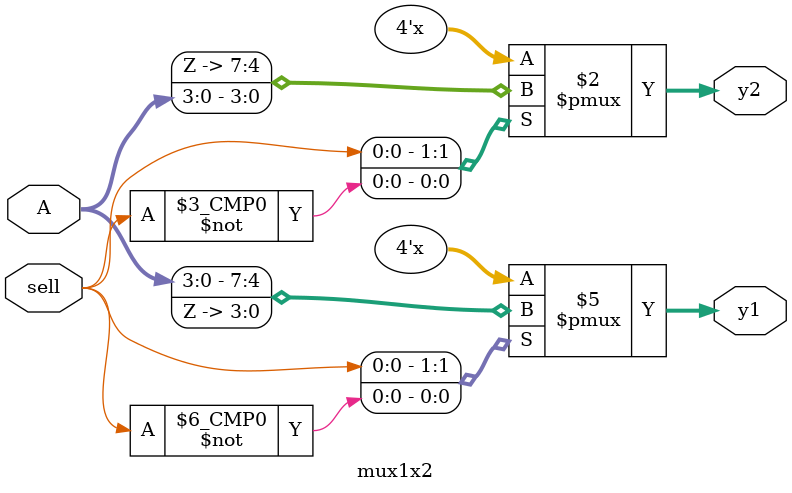
<source format=v>
module mux1x2(A,sell,y1,y2);
    input [3:0]A;
	inout sell;
	output reg [3:0]y1,y2;
	
always @(*)
	begin
	case(sell)
		1'b1 : begin
			y1 = A;
			y2 = 4'bz;
		end
		1'b0 : begin
			y2 = A;
			y1 = 4'bz;
		end
		default: begin 
			y1 = 4'bx; 
			y2 = 4'bx;
		end
	endcase
	end
endmodule
</source>
